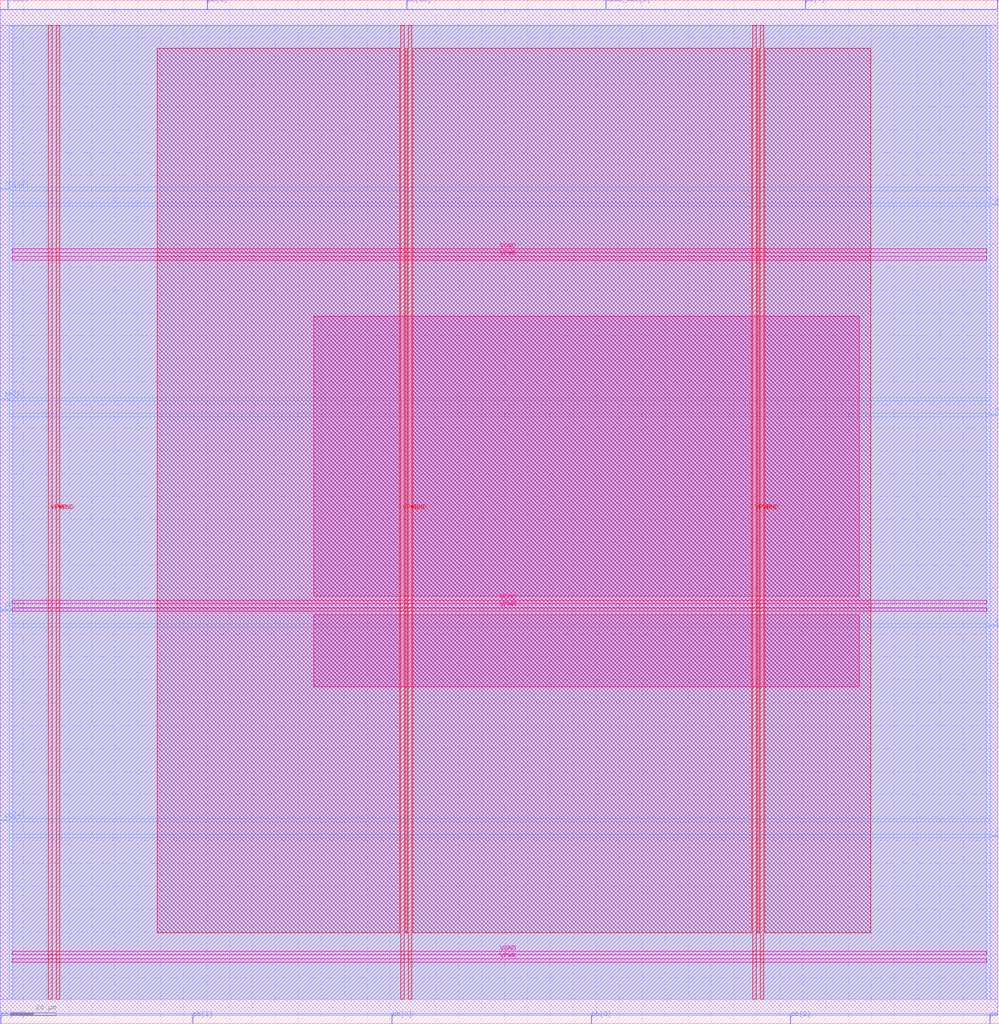
<source format=lef>
VERSION 5.7 ;
  NOWIREEXTENSIONATPIN ON ;
  DIVIDERCHAR "/" ;
  BUSBITCHARS "[]" ;
MACRO top_asic
  CLASS BLOCK ;
  FOREIGN top_asic ;
  ORIGIN 0.000 0.000 ;
  SIZE 435.755 BY 446.475 ;
  PIN VGND
    DIRECTION INOUT ;
    USE GROUND ;
    PORT
      LAYER met4 ;
        RECT 24.340 10.640 25.940 435.440 ;
    END
    PORT
      LAYER met4 ;
        RECT 177.940 10.640 179.540 435.440 ;
    END
    PORT
      LAYER met4 ;
        RECT 331.540 10.640 333.140 435.440 ;
    END
    PORT
      LAYER met5 ;
        RECT 5.280 30.030 430.340 31.630 ;
    END
    PORT
      LAYER met5 ;
        RECT 5.280 183.210 430.340 184.810 ;
    END
    PORT
      LAYER met5 ;
        RECT 5.280 336.390 430.340 337.990 ;
    END
  END VGND
  PIN VPWR
    DIRECTION INOUT ;
    USE POWER ;
    PORT
      LAYER met4 ;
        RECT 21.040 10.640 22.640 435.440 ;
    END
    PORT
      LAYER met4 ;
        RECT 174.640 10.640 176.240 435.440 ;
    END
    PORT
      LAYER met4 ;
        RECT 328.240 10.640 329.840 435.440 ;
    END
    PORT
      LAYER met5 ;
        RECT 5.280 26.730 430.340 28.330 ;
    END
    PORT
      LAYER met5 ;
        RECT 5.280 179.910 430.340 181.510 ;
    END
    PORT
      LAYER met5 ;
        RECT 5.280 333.090 430.340 334.690 ;
    END
  END VPWR
  PIN clk
    DIRECTION INPUT ;
    USE SIGNAL ;
    ANTENNAGATEAREA 0.852000 ;
    PORT
      LAYER met3 ;
        RECT 431.755 81.640 435.755 82.240 ;
    END
  END clk
  PIN mode_out[0]
    DIRECTION OUTPUT TRISTATE ;
    USE SIGNAL ;
    ANTENNADIFFAREA 0.795200 ;
    PORT
      LAYER met2 ;
        RECT 434.790 442.475 435.070 446.475 ;
    END
  END mode_out[0]
  PIN mode_out[1]
    DIRECTION OUTPUT TRISTATE ;
    USE SIGNAL ;
    ANTENNADIFFAREA 0.795200 ;
    PORT
      LAYER met2 ;
        RECT 264.130 442.475 264.410 446.475 ;
    END
  END mode_out[1]
  PIN pb[0]
    DIRECTION INPUT ;
    USE SIGNAL ;
    ANTENNAGATEAREA 0.213000 ;
    PORT
      LAYER met2 ;
        RECT 170.750 0.000 171.030 4.000 ;
    END
  END pb[0]
  PIN pb[10]
    DIRECTION INPUT ;
    USE SIGNAL ;
    ANTENNAGATEAREA 0.213000 ;
    PORT
      LAYER met3 ;
        RECT 431.755 357.040 435.755 357.640 ;
    END
  END pb[10]
  PIN pb[11]
    DIRECTION INPUT ;
    USE SIGNAL ;
    ANTENNAGATEAREA 0.159000 ;
    PORT
      LAYER met2 ;
        RECT 431.570 0.000 431.850 4.000 ;
    END
  END pb[11]
  PIN pb[12]
    DIRECTION INPUT ;
    USE SIGNAL ;
    ANTENNAGATEAREA 0.196500 ;
    PORT
      LAYER met3 ;
        RECT 0.000 363.840 4.000 364.440 ;
    END
  END pb[12]
  PIN pb[13]
    DIRECTION INPUT ;
    USE SIGNAL ;
    ANTENNAGATEAREA 0.196500 ;
    PORT
      LAYER met2 ;
        RECT 177.190 442.475 177.470 446.475 ;
    END
  END pb[13]
  PIN pb[14]
    DIRECTION INPUT ;
    USE SIGNAL ;
    ANTENNAGATEAREA 0.196500 ;
    PORT
      LAYER met2 ;
        RECT 0.090 0.000 0.370 4.000 ;
    END
  END pb[14]
  PIN pb[1]
    DIRECTION INPUT ;
    USE SIGNAL ;
    ANTENNAGATEAREA 0.247500 ;
    PORT
      LAYER met2 ;
        RECT 90.250 442.475 90.530 446.475 ;
    END
  END pb[1]
  PIN pb[2]
    DIRECTION INPUT ;
    USE SIGNAL ;
    ANTENNAGATEAREA 0.213000 ;
    PORT
      LAYER met2 ;
        RECT 344.630 0.000 344.910 4.000 ;
    END
  END pb[2]
  PIN pb[3]
    DIRECTION INPUT ;
    USE SIGNAL ;
    ANTENNAGATEAREA 0.213000 ;
    PORT
      LAYER met2 ;
        RECT 83.810 0.000 84.090 4.000 ;
    END
  END pb[3]
  PIN pb[4]
    DIRECTION INPUT ;
    USE SIGNAL ;
    ANTENNAGATEAREA 0.213000 ;
    PORT
      LAYER met3 ;
        RECT 0.000 88.440 4.000 89.040 ;
    END
  END pb[4]
  PIN pb[5]
    DIRECTION INPUT ;
    USE SIGNAL ;
    ANTENNAGATEAREA 0.213000 ;
    PORT
      LAYER met3 ;
        RECT 431.755 265.240 435.755 265.840 ;
    END
  END pb[5]
  PIN pb[6]
    DIRECTION INPUT ;
    USE SIGNAL ;
    ANTENNAGATEAREA 0.213000 ;
    PORT
      LAYER met3 ;
        RECT 0.000 180.240 4.000 180.840 ;
    END
  END pb[6]
  PIN pb[7]
    DIRECTION INPUT ;
    USE SIGNAL ;
    ANTENNAGATEAREA 0.213000 ;
    PORT
      LAYER met2 ;
        RECT 351.070 442.475 351.350 446.475 ;
    END
  END pb[7]
  PIN pb[8]
    DIRECTION INPUT ;
    USE SIGNAL ;
    ANTENNAGATEAREA 0.213000 ;
    PORT
      LAYER met2 ;
        RECT 257.690 0.000 257.970 4.000 ;
    END
  END pb[8]
  PIN pb[9]
    DIRECTION INPUT ;
    USE SIGNAL ;
    ANTENNAGATEAREA 0.247500 ;
    PORT
      LAYER met3 ;
        RECT 0.000 272.040 4.000 272.640 ;
    END
  END pb[9]
  PIN reset
    DIRECTION INPUT ;
    USE SIGNAL ;
    ANTENNAGATEAREA 0.213000 ;
    PORT
      LAYER met2 ;
        RECT 3.310 442.475 3.590 446.475 ;
    END
  END reset
  PIN sigout
    DIRECTION OUTPUT TRISTATE ;
    USE SIGNAL ;
    ANTENNADIFFAREA 0.795200 ;
    PORT
      LAYER met3 ;
        RECT 431.755 173.440 435.755 174.040 ;
    END
  END sigout
  OBS
      LAYER li1 ;
        RECT 5.520 10.795 430.100 435.285 ;
      LAYER met1 ;
        RECT 0.070 10.640 435.090 435.440 ;
      LAYER met2 ;
        RECT 0.100 442.195 3.030 442.475 ;
        RECT 3.870 442.195 89.970 442.475 ;
        RECT 90.810 442.195 176.910 442.475 ;
        RECT 177.750 442.195 263.850 442.475 ;
        RECT 264.690 442.195 350.790 442.475 ;
        RECT 351.630 442.195 434.510 442.475 ;
        RECT 0.100 4.280 435.060 442.195 ;
        RECT 0.650 3.670 83.530 4.280 ;
        RECT 84.370 3.670 170.470 4.280 ;
        RECT 171.310 3.670 257.410 4.280 ;
        RECT 258.250 3.670 344.350 4.280 ;
        RECT 345.190 3.670 431.290 4.280 ;
        RECT 432.130 3.670 435.060 4.280 ;
      LAYER met3 ;
        RECT 3.990 364.840 431.755 435.365 ;
        RECT 4.400 363.440 431.755 364.840 ;
        RECT 3.990 358.040 431.755 363.440 ;
        RECT 3.990 356.640 431.355 358.040 ;
        RECT 3.990 273.040 431.755 356.640 ;
        RECT 4.400 271.640 431.755 273.040 ;
        RECT 3.990 266.240 431.755 271.640 ;
        RECT 3.990 264.840 431.355 266.240 ;
        RECT 3.990 181.240 431.755 264.840 ;
        RECT 4.400 179.840 431.755 181.240 ;
        RECT 3.990 174.440 431.755 179.840 ;
        RECT 3.990 173.040 431.355 174.440 ;
        RECT 3.990 89.440 431.755 173.040 ;
        RECT 4.400 88.040 431.755 89.440 ;
        RECT 3.990 82.640 431.755 88.040 ;
        RECT 3.990 81.240 431.355 82.640 ;
        RECT 3.990 10.715 431.755 81.240 ;
      LAYER met4 ;
        RECT 68.375 39.615 174.240 425.505 ;
        RECT 176.640 39.615 177.540 425.505 ;
        RECT 179.940 39.615 327.840 425.505 ;
        RECT 330.240 39.615 331.140 425.505 ;
        RECT 333.540 39.615 379.665 425.505 ;
      LAYER met5 ;
        RECT 136.740 186.410 374.780 308.500 ;
        RECT 136.740 147.100 374.780 178.310 ;
  END
END top_asic
END LIBRARY


</source>
